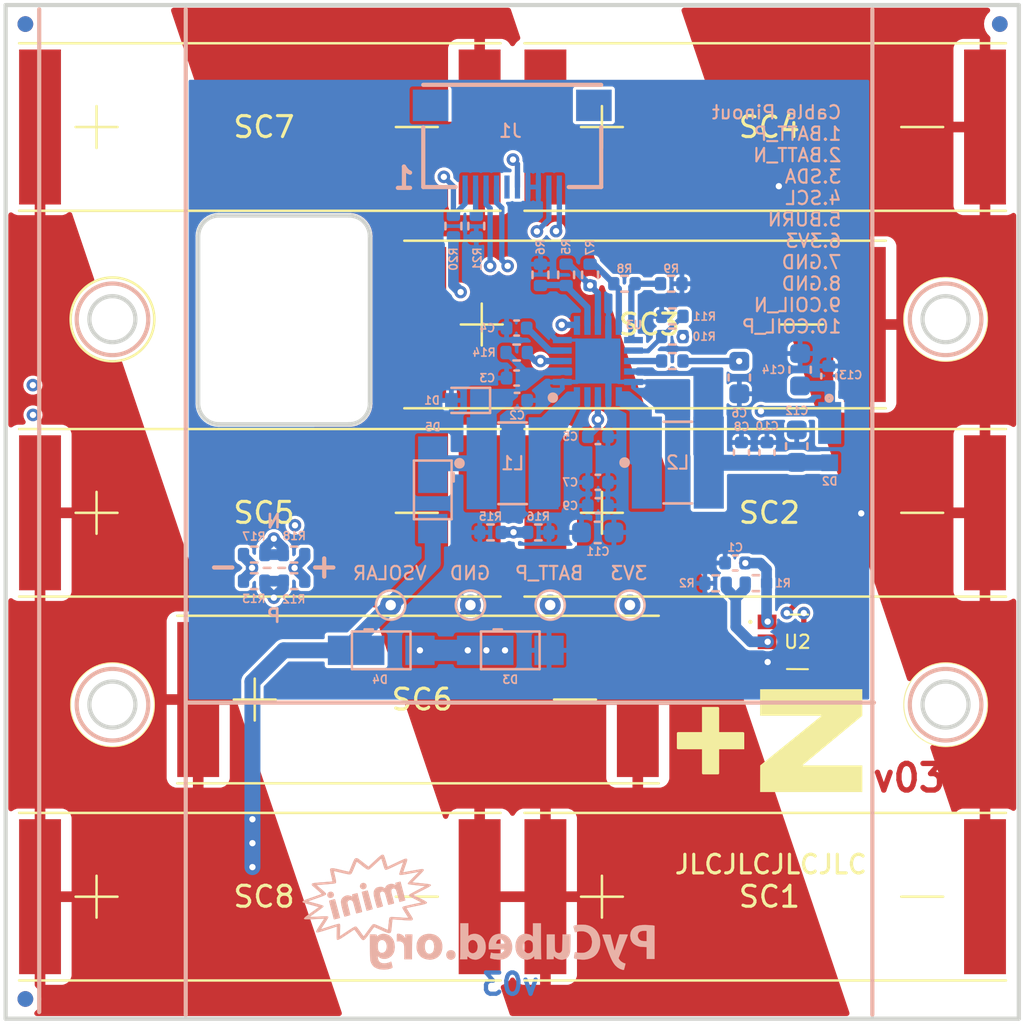
<source format=kicad_pcb>
(kicad_pcb (version 20211014) (generator pcbnew)
  (layers (0 "F.Cu" signal "Top") (1 "In1.Cu" signal) (2 "In2.Cu" signal) (3 "In3.Cu" signal) (4 "In4.Cu" signal) (31 "B.Cu" signal "Bottom") (34 "B.Paste" user) (35 "F.Paste" user) (36 "B.SilkS" user "B.Silkscreen") (37 "F.SilkS" user "F.Silkscreen") (38 "B.Mask" user) (39 "F.Mask" user) (44 "Edge.Cuts" user))
  (net 0 "")
  (net 1 "VSOLAR_FULL")
  (net 2 "+3V3")
  (net 3 "GND")
  (net 4 "SDA1")
  (net 5 "SCL1")
  (net 6 "BURN1")
  (net 7 "BATT_P")
  (net 8 "BATT_N")
  (net 9 "COIL_N")
  (net 10 "/VBAT")
  (net 11 "Net-(L1-Pad2)")
  (net 12 "VOUT_EN")
  (net 13 "VSOLAR")
  (net 14 "VBAT_OK")
  (net 15 "COIL_P")
  (net 16 "Net-(C4-Pad1)")
  (net 17 "Net-(C10-Pad1)")
  (net 18 "Net-(C11-Pad1)")
  (net 19 "Net-(L2-Pad1)")
  (net 20 "Net-(R10-Pad2)")
  (net 21 "Net-(R5-Pad1)")
  (net 22 "Net-(R7-Pad1)")
  (net 23 "Net-(R8-Pad1)")
  (net 24 "Net-(R10-Pad1)")
  (net 25 "Net-(R14-Pad1)")
  (net 26 "/coil")
  (net 27 "Net-(D3-Pad1)")
  (net 28 "Net-(R1-Pad1)")
  (footprint "SolarCellParts:KXOB25-05X3F" (layer "F.Cu") (at 154.0764 115.141299)
    (fp_text reference "SC1")
    (fp_text value "SolarCell")
  )
  (footprint "SolarCellParts:KXOB25-05X3F" (layer "F.Cu") (at 154.0764 96.8121)
    (fp_text reference "SC2")
    (fp_text value "SolarCell")
  )
  (footprint "SolarCellParts:KXOB25-05X3F" (layer "F.Cu") (at 148.336 87.8205)
    (fp_text reference "SC3")
    (fp_text value "SolarCell")
  )
  (footprint "SolarCellParts:KXOB25-05X3F" (layer "F.Cu") (at 154.0764 78.391283)
    (fp_text reference "SC4")
    (fp_text value "SolarCell")
  )
  (footprint "SolarCellParts:KXOB25-05X3F" (layer "F.Cu") (at 129.934401 96.8121)
    (fp_text reference "SC5")
    (fp_text value "SolarCell")
  )
  (footprint "SolarCellParts:KXOB25-05X3F" (layer "F.Cu") (at 137.4902 105.7275)
    (fp_text reference "SC6")
    (fp_text value "SolarCell")
  )
  (footprint "SolarCellParts:KXOB25-05X3F" (layer "F.Cu") (at 129.934394 78.391296)
    (fp_text reference "SC7")
    (fp_text value "SolarCell")
  )
  (footprint "SolarCellParts:KXOB25-05X3F" (layer "F.Cu") (at 129.934401 115.141299)
    (fp_text reference "SC8")
    (fp_text value "SolarCell")
  )
  (footprint "Fiducial:Fiducial_0.75mm_Mask1.5mm" (layer "F.Cu") (at 129.2335 73.4755)
    (fp_text reference "REF**" hide)
    (fp_text value "Fiducial_0.75mm_Mask1.5mm")
  )
  (footprint "Fiducial:Fiducial_0.75mm_Mask1.5mm" (layer "F.Cu") (at 129.2335 120.0255)
    (fp_text reference "REF**" hide)
    (fp_text value "Fiducial_0.75mm_Mask1.5mm")
  )
  (footprint "Fiducial:Fiducial_0.75mm_Mask1.5mm" (layer "F.Cu") (at 175.7835 73.4755)
    (fp_text reference "REF**" hide)
    (fp_text value "Fiducial_0.75mm_Mask1.5mm")
  )
  (footprint "custom-footprints:ypanel" (layer "F.Cu") (at 166.116 107.442)
    (fp_text reference "Ref**" hide)
    (fp_text value "Val**" hide)
  )
  (footprint "misc-circuits:TSL2561" (layer "F.Cu") (at 166.116 102.9716)
    (fp_text reference "U2")
    (fp_text value "Value" hide)
  )
  (footprint "Resistor_SMD:R_0402_1005Metric" (layer "B.Cu") (at 156.21 85.450102 -90)
    (fp_text reference "R7")
    (fp_text value "374K")
  )
  (footprint "Capacitor_SMD:C_0402_1005Metric" (layer "B.Cu") (at 163.441 93.933702 90)
    (fp_text reference "C8")
    (fp_text value "4.7uF")
  )
  (footprint "Resistor_SMD:R_0402_1005Metric" (layer "B.Cu") (at 153.7382 97.748702 180)
    (fp_text reference "R16")
    (fp_text value "0")
  )
  (footprint "Resistor_SMD:R_0402_1005Metric" (layer "B.Cu") (at 152.7017 89.158502 180)
    (fp_text reference "R14")
    (fp_text value "0")
  )
  (footprint "Resistor_SMD:R_0402_1005Metric" (layer "B.Cu") (at 157.853 85.874202 180)
    (fp_text reference "R8")
    (fp_text value "8.25M")
  )
  (footprint "Resistor_SMD:R_0402_1005Metric" (layer "B.Cu") (at 160.139 88.396502)
    (fp_text reference "R10")
    (fp_text value "8.25M")
  )
  (footprint "Capacitor_SMD:C_0402_1005Metric" (layer "B.Cu") (at 167.6146 90.2843 90)
    (fp_text reference "C13")
    (fp_text value "0.1uF")
  )
  (footprint "Resistor_SMD:R_0402_1005Metric" (layer "B.Cu") (at 153.8398 85.450102 -90)
    (fp_text reference "R6")
    (fp_text value "5.62M")
  )
  (footprint "Resistor_SMD:R_0402_1005Metric" (layer "B.Cu") (at 155.067 85.450102 90)
    (fp_text reference "R5")
    (fp_text value "7.32M")
  )
  (footprint "Resistor_SMD:R_0402_1005Metric" (layer "B.Cu") (at 160.0882 85.874202 180)
    (fp_text reference "R9")
    (fp_text value "4.53M")
  )
  (footprint "Resistor_SMD:R_0402_1005Metric" (layer "B.Cu") (at 160.139 87.431302)
    (fp_text reference "R11")
    (fp_text value "4.75M")
  )
  (footprint "Capacitor_SMD:C_0603_1608Metric" (layer "B.Cu") (at 166.0826 93.628902 90)
    (fp_text reference "C12")
    (fp_text value "100uF")
  )
  (footprint "Diode_SMD:D_SOD-523" (layer "B.Cu") (at 150.2838 91.444502 180)
    (fp_text reference "D1")
    (fp_text value "SDM20U40-7")
  )
  (footprint "Capacitor_SMD:C_0603_1608Metric" (layer "B.Cu") (at 166.243 89.9795 90)
    (fp_text reference "C14")
    (fp_text value "100uF")
  )
  (footprint "Capacitor_SMD:C_0402_1005Metric" (layer "B.Cu") (at 156.583 96.473702)
    (fp_text reference "C9")
    (fp_text value "0.1uF")
  )
  (footprint "Capacitor_SMD:C_0603_1608Metric" (layer "B.Cu") (at 163.3394 90.352402 -90)
    (fp_text reference "C6")
    (fp_text value "100uF")
  )
  (footprint "Capacitor_SMD:C_0402_1005Metric" (layer "B.Cu") (at 164.6602 93.933702 90)
    (fp_text reference "C10")
    (fp_text value "0.1uF")
  )
  (footprint "Capacitor_SMD:C_0402_1005Metric" (layer "B.Cu") (at 152.7017 87.990102 180)
    (fp_text reference "C4")
    (fp_text value "10nF")
  )
  (footprint "Capacitor_SMD:C_0603_1608Metric" (layer "B.Cu") (at 156.5752 97.748702)
    (fp_text reference "C11")
    (fp_text value "100uF")
  )
  (footprint "Capacitor_SMD:C_0402_1005Metric" (layer "B.Cu") (at 163.1422 99.20671)
    (fp_text reference "C1")
    (fp_text value "1.0uF")
  )
  (footprint "Capacitor_SMD:C_0402_1005Metric" (layer "B.Cu") (at 152.7222 91.444502)
    (fp_text reference "C2")
    (fp_text value "0.1uF")
  )
  (footprint "Capacitor_SMD:C_0402_1005Metric" (layer "B.Cu") (at 156.583 95.356102)
    (fp_text reference "C7")
    (fp_text value "22uF")
  )
  (footprint "misc-circuits:LPS4018" (layer "B.Cu") (at 152.5112 94.446702)
    (fp_text reference "L1")
    (fp_text value "22uH-LPS4018-223MR" hide)
  )
  (footprint "Resistor_SMD:R_0402_1005Metric" (layer "B.Cu") (at 151.4522 97.748702)
    (fp_text reference "R15")
    (fp_text value "0")
  )
  (footprint "Capacitor_SMD:C_0402_1005Metric" (layer "B.Cu") (at 152.7017 90.377702 180)
    (fp_text reference "C3")
    (fp_text value "4.7uF")
  )
  (footprint "misc-circuits:LPS4018" (layer "B.Cu") (at 160.40044 94.413682)
    (fp_text reference "L2")
    (fp_text value "10uH-LPS4018-103MR" hide)
  )
  (footprint "Capacitor_SMD:C_0402_1005Metric" (layer "B.Cu") (at 156.583 93.171702)
    (fp_text reference "C5")
    (fp_text value "0.1uF")
  )
  (footprint "misc-circuits:XF2M-1015-1A" (layer "B.Cu") (at 152.49144 81.257267)
    (fp_text reference "J1")
    (fp_text value "XF2M-1015-1A" hide)
  )
  (footprint "Resistor_SMD:R_0402_1005Metric" (layer "B.Cu") (at 140.16355 100.076)
    (fp_text reference "R13")
    (fp_text value "0")
  )
  (footprint "Resistor_SMD:R_0402_1005Metric" (layer "B.Cu") (at 142.06855 100.076)
    (fp_text reference "R12")
    (fp_text value "0")
  )
  (footprint "Resistor_SMD:R_0402_1005Metric" (layer "B.Cu") (at 162.2024 100.1776)
    (fp_text reference "R2")
    (fp_text value "0")
  )
  (footprint "Resistor_SMD:R_0402_1005Metric" (layer "B.Cu") (at 150.7744 83.1215 -90)
    (fp_text reference "R21")
    (fp_text value "0")
  )
  (footprint "Resistor_SMD:R_0402_1005Metric" (layer "B.Cu") (at 160.139 89.564902)
    (fp_text reference "R22" hide)
    (fp_text value "0")
  )
  (footprint "misc-circuits:MICROSMP" (layer "B.Cu") (at 167.6574 93.171702 -90)
    (fp_text reference "D2")
    (fp_text value "MSS1P4-M3_89A" hide)
  )
  (footprint "Resistor_SMD:R_0402_1005Metric" (layer "B.Cu") (at 149.6822 83.1215 -90)
    (fp_text reference "R20")
    (fp_text value "0")
  )
  (footprint "Fiducial:Fiducial_0.75mm_Mask1.5mm" (layer "B.Cu") (at 175.7835 73.4755)
    (fp_text reference "REF**" hide)
    (fp_text value "Fiducial_0.75mm_Mask1.5mm")
  )
  (footprint "Fiducial:Fiducial_0.75mm_Mask1.5mm" (layer "B.Cu") (at 129.2335 73.4755)
    (fp_text reference "REF**" hide)
    (fp_text value "Fiducial_0.75mm_Mask1.5mm")
  )
  (footprint "Fiducial:Fiducial_0.75mm_Mask1.5mm" (layer "B.Cu") (at 129.2335 120.0255)
    (fp_text reference "REF**" hide)
    (fp_text value "Fiducial_0.75mm_Mask1.5mm")
  )
  (footprint "SolarCellParts:SB Diode" (layer "B.Cu") (at 146.234 103.378)
    (fp_text reference "D4")
    (fp_text value "SBDiode")
  )
  (footprint "SolarCellParts:SB Diode" (layer "B.Cu") (at 148.6955 95.716702 -90)
    (fp_text reference "D5")
    (fp_text value "SBDiode")
  )
  (footprint "TestPoint:TestPoint_THTPad_D1.0mm_Drill0.5mm" (layer "B.Cu") (at 150.495 101.219)
    (fp_text reference "TP2" hide)
    (fp_text value "TP")
  )
  (footprint "TestPoint:TestPoint_THTPad_D1.0mm_Drill0.5mm" (layer "B.Cu") (at 158.115 101.219)
    (fp_text reference "TP3" hide)
    (fp_text value "TP")
  )
  (footprint "Resistor_SMD:R_0402_1005Metric" (layer "B.Cu") (at 164.1328 100.17191)
    (fp_text reference "R1")
    (fp_text value "0")
  )
  (footprint "TestPoint:TestPoint_THTPad_D1.0mm_Drill0.5mm" (layer "B.Cu") (at 146.685 101.219)
    (fp_text reference "TP1" hide)
    (fp_text value "TP")
  )
  (footprint "custom-footprints:pycubed_mini_logo" (layer "B.Cu") (at 144.084009 115.370848 180)
    (fp_text reference "Ref**" hide)
    (fp_text value "Val**" hide)
  )
  (footprint "Resistor_SMD:R_0402_1005Metric" (layer "B.Cu") (at 140.16355 98.806 180)
    (fp_text reference "R17")
    (fp_text value "0")
  )
  (footprint "TestPoint:TestPoint_THTPad_D1.0mm_Drill0.5mm" (layer "B.Cu") (at 154.305 101.219)
    (fp_text reference "TP4" hide)
    (fp_text value "TP")
  )
  (footprint "Resistor_SMD:R_0402_1005Metric" (layer "B.Cu") (at 142.06855 98.806 180)
    (fp_text reference "R18")
    (fp_text value "0")
  )
  (footprint "SolarCellParts:SB Diode" (layer "B.Cu") (at 152.4 103.378)
    (fp_text reference "D3")
    (fp_text value "MSS1P4-M3_89A")
  )
  (footprint "misc-circuits:QFN50P350X350X100-21N-D" (layer "B.Cu") (at 156.583 89.564902)
    (fp_text reference "U3")
    (fp_text value "Value" hide)
  )
  (gr_line (start 140.62075 99.441) (end 140.93825 99.441) (layer "B.SilkS") (width 0.12))
  (gr_line (start 141.63675 99.441) (end 141.31925 99.441) (layer "B.SilkS") (width 0.12))
  (gr_line (start 169.694397 72.771) (end 169.694397 120.777) (layer "B.SilkS") (width 0.2))
  (gr_line (start 129.8944 120.65) (end 129.8944 72.771) (layer "B.SilkS") (width 0.2))
  (gr_line (start 169.7724 105.8735) (end 137.0064 105.8735) (layer "B.SilkS") (width 0.2))
  (gr_circle (center 133.394393 105.973499) (end 135.104393 105.973499) (layer "B.SilkS") (width 0.2) (fill none))
  (gr_circle (center 173.19439 105.973499) (end 174.90439 105.973499) (layer "B.SilkS") (width 0.2) (fill none))
  (gr_line (start 136.894411 120.777) (end 136.894411 72.771) (layer "B.SilkS") (width 0.2))
  (gr_circle (center 133.394393 87.573485) (end 135.104393 87.573485) (layer "B.SilkS") (width 0.2) (fill none))
  (gr_circle (center 173.19439 87.573485) (end 174.90439 87.573485) (layer "B.SilkS") (width 0.2) (fill none))
  (gr_circle (center 173.196 87.5755) (end 175.196 87.5755) (layer "F.SilkS") (width 0.05) (fill none))
  (gr_circle (center 173.196 105.9755) (end 175.196 105.9755) (layer "F.SilkS") (width 0.05) (fill none))
  (gr_circle (center 133.396 105.9755) (end 135.396 105.9755) (layer "F.SilkS") (width 0.05) (fill none))
  (gr_circle (center 133.396 87.5755) (end 135.396 87.5755) (layer "F.SilkS") (width 0.12) (fill none))
  (gr_circle (center 133.391 87.5665) (end 132.291 87.5665) (layer "Edge.Cuts") (width 0.2) (fill none))
  (gr_line (start 144.691 82.6165) (end 138.491 82.6165) (layer "Edge.Cuts") (width 0.2))
  (gr_line (start 176.691 72.5665) (end 176.691 120.9665) (layer "Edge.Cuts") (width 0.2))
  (gr_line (start 176.691 120.9665) (end 128.291 120.9665) (layer "Edge.Cuts") (width 0.2))
  (gr_circle (center 133.391 105.9665) (end 132.291 105.9665) (layer "Edge.Cuts") (width 0.2) (fill none))
  (gr_line (start 128.291 120.9665) (end 128.291 72.5665) (layer "Edge.Cuts") (width 0.2))
  (gr_line (start 128.291 72.5665) (end 176.691 72.5665) (layer "Edge.Cuts") (width 0.2))
  (gr_line (start 138.491 92.583) (end 144.691 92.583) (layer "Edge.Cuts") (width 0.2))
  (gr_circle (center 173.191003 105.966489) (end 174.291003 105.966489) (layer "Edge.Cuts") (width 0.2) (fill none))
  (gr_circle (center 173.191 87.5665) (end 172.091 87.5665) (layer "Edge.Cuts") (width 0.2) (fill none))
  (gr_line (start 145.691 91.583) (end 145.691 83.6165) (layer "Edge.Cuts") (width 0.2))
  (gr_line (start 137.491 83.6165) (end 137.491 91.583) (layer "Edge.Cuts") (width 0.2))
  (gr_arc (start 144.691 82.6165) (mid 145.398107 82.909393) (end 145.691 83.6165) (layer "Edge.Cuts") (width 0.2))
  (gr_arc (start 138.491 92.583) (mid 137.783893 92.290107) (end 137.491 91.583) (layer "Edge.Cuts") (width 0.2))
  (gr_arc (start 145.691 91.583) (mid 145.398107 92.290107) (end 144.691 92.583) (layer "Edge.Cuts") (width 0.2))
  (gr_arc (start 137.491 83.6165) (mid 137.783893 82.909393) (end 138.491 82.6165) (layer "Edge.Cuts") (width 0.2))
  (gr_text "v03\n" (at 171.45 109.474) (layer "F.Cu") (effects (font (size 1.27 1.27) (thickness 0.254))))
  (gr_text "v03\n" (at 152.4 119.3165) (layer "B.Cu") (effects (font (size 1.016 1.016) (thickness 0.2032)) (justify mirror)))
  (gr_text "3V3" (at 159.004 99.695) (layer "B.SilkS") (effects (font (size 0.635 0.635) (thickness 0.1016)) (justify left mirror)))
  (gr_text "+" (at 143.51 99.3394) (layer "B.SilkS") (effects (font (size 1.143 1.143) (thickness 0.2032)) (justify mirror)))
  (gr_text "-" (at 138.684 99.3394) (layer "B.SilkS") (effects (font (size 1.143 1.143) (thickness 0.2032)) (justify mirror)))
  (gr_text "GND" (at 151.511 99.695) (layer "B.SilkS") (effects (font (size 0.635 0.635) (thickness 0.1016)) (justify left mirror)))
  (gr_text "P" (at 141.097 101.727) (layer "B.SilkS") (effects (font (size 0.635 0.635) (thickness 0.127)) (justify mirror)))
  (gr_text "N" (at 141.097 97.155 180) (layer "B.SilkS") (effects (font (size 0.635 0.635) (thickness 0.127)) (justify mirror)))
  (gr_text "BATT_P" (at 155.956 99.695) (layer "B.SilkS") (effects (font (size 0.635 0.635) (thickness 0.1016)) (justify left mirror)))
  (gr_text "Cable Pinout\n1.BATT_P\n2.BATT_N\n3.SDA\n4.SCL\n5.BURN\n6.3V3\n7.GND\n8.GND\n9.COIL_N\n10.COIL_P\n" (at 168.275 82.804) (layer "B.SilkS") (effects (font (size 0.635 0.635) (thickness 0.1016)) (justify left mirror)))
  (gr_text "1" (at 147.32 80.8355) (layer "B.SilkS") (effects (font (size 1.016 1.016) (thickness 0.2032)) (justify mirror)))
  (gr_text "VSOLAR" (at 148.463 99.695) (layer "B.SilkS") (effects (font (size 0.635 0.635) (thickness 0.1016)) (justify left mirror)))
  (gr_text "JLCJLCJLCJLC" (at 164.846 113.6015) (layer "F.SilkS") (effects (font (size 0.889 0.889))))
  (via (at 140.081 112.5855) (size 0.6) (drill 0.3) (layers "F.Cu" "B.Cu") (net 1))
  (via (at 140.081 113.7285) (size 0.6) (drill 0.3) (layers "F.Cu" "B.Cu") (net 1))
  (via (at 140.081 111.4425) (size 0.6) (drill 0.3) (layers "F.Cu" "B.Cu") (net 1))
  (segment (start 145.034 103.378) (end 141.5796 103.378) (width 0.762) (layer "B.Cu") (net 1))
  (segment (start 140.081 111.4425) (end 140.081 113.7285) (width 0.762) (layer "B.Cu") (net 1))
  (segment (start 146.685 101.219) (end 148.6955 99.2085) (width 0.762) (layer "B.Cu") (net 1))
  (segment (start 141.5796 103.378) (end 140.081 104.8766) (width 0.762) (layer "B.Cu") (net 1))
  (segment (start 140.081 104.8766) (end 140.081 111.4425) (width 0.762) (layer "B.Cu") (net 1))
  (segment (start 148.6955 99.2085) (end 148.6955 97.566702) (width 0.762) (layer "B.Cu") (net 1))
  (segment (start 145.034 102.87) (end 146.685 101.219) (width 0.762) (layer "B.Cu") (net 1))
  (segment (start 145.034 103.378) (end 145.034 102.87) (width 0.762) (layer "B.Cu") (net 1))
  (via (at 164.6936 102.0064) (size 0.6) (drill 0.3) (layers "F.Cu" "B.Cu") (net 2))
  (via (at 164.3728 91.960302) (size 0.6) (drill 0.3) (layers "F.Cu" "B.Cu") (net 2))
  (via (at 152.527 79.9465) (size 0.6) (drill 0.3) (layers "F.Cu" "B.Cu") (net 2))
  (via (at 163.6268 99.2124) (size 0.6) (drill 0.3) (layers "F.Cu" "B.Cu") (net 2))
  (segment (start 164.6428 101.9556) (end 164.6936 102.0064) (width 0.508) (layer "B.Cu") (net 2))
  (segment (start 163.6268 99.2124) (end 164.338 99.2124) (width 0.508) (layer "B.Cu") (net 2))
  (segment (start 164.3728 91.960302) (end 167.096 91.960302) (width 0.508) (layer "B.Cu") (net 2))
  (segment (start 167.6574 90.8071) (end 167.6146 90.7643) (width 0.508) (layer "B.Cu") (net 2))
  (segment (start 167.6146 90.7643) (end 166.2528 90.7643) (width 0.508) (layer "B.Cu") (net 2))
  (segment (start 167.096 91.960302) (end 167.6574 92.521702) (width 0.508) (layer "B.Cu") (net 2))
  (segment (start 164.338 99.2124) (end 164.6428 99.5172) (width 0.508) (layer "B.Cu") (net 2))
  (segment (start 152.74144 81.257267) (end 152.74144 80.16094) (width 0.254) (layer "B.Cu") (net 2))
  (segment (start 167.6574 92.521702) (end 167.6574 90.8071) (width 0.508) (layer "B.Cu") (net 2))
  (segment (start 152.74144 80.16094) (end 152.527 79.9465) (width 0.254) (layer "B.Cu") (net 2))
  (segment (start 164.6428 99.5172) (end 164.6428 101.9556) (width 0.508) (layer "B.Cu") (net 2))
  (via (at 165.227 81.2165) (size 0.6) (drill 0.3) (layers "F.Cu" "B.Cu") (net 3))
  (via (at 169.164 96.8375) (size 0.6) (drill 0.3) (layers "F.Cu" "B.Cu") (net 3))
  (via (at 164.6936 103.9368) (size 0.6) (drill 0.3) (layers "F.Cu" "B.Cu") (net 3))
  (segment (start 154.604902 88.564902) (end 154.178 88.138) (width 0.254) (layer "B.Cu") (net 3))
  (segment (start 155.586511 90.561391) (end 156.583 89.564902) (width 0.2032) (layer "B.Cu") (net 3))
  (segment (start 157.579489 90.561391) (end 156.583 89.564902) (width 0.2032) (layer "B.Cu") (net 3))
  (segment (start 158.279489 90.561391) (end 157.579489 90.561391) (width 0.2032) (layer "B.Cu") (net 3))
  (segment (start 154.883 90.564902) (end 154.911911 90.535991) (width 0.3048) (layer "B.Cu") (net 3))
  (segment (start 157.083 87.864902) (end 157.083 89.064902) (width 0.3048) (layer "B.Cu") (net 3))
  (segment (start 154.883 88.564902) (end 155.583 88.564902) (width 0.1524) (layer "B.Cu") (net 3))
  (segment (start 154.886511 90.561391) (end 155.586511 90.561391) (width 0.2032) (layer "B.Cu") (net 3))
  (segment (start 155.583 88.564902) (end 156.583 89.564902) (width 0.1524) (layer "B.Cu") (net 3))
  (segment (start 157.083 91.264902) (end 157.083 90.064902) (width 0.3048) (layer "B.Cu") (net 3))
  (segment (start 167.169489 101.021089) (end 167.566 101.4176) (width 0.254) (layer "F.Cu") (net 4))
  (segment (start 165.608 101.594095) (end 166.181006 101.021089) (width 0.254) (layer "F.Cu") (net 4))
  (segment (start 165.608 101.6) (end 165.608 101.594095) (width 0.254) (layer "F.Cu") (net 4))
  (segment (start 166.181006 101.021089) (end 167.169489 101.021089) (width 0.254) (layer "F.Cu") (net 4))
  (segment (start 167.566 101.4176) (end 167.566 102.0216) (width 0.254) (layer "F.Cu") (net 4))
  (via (at 151.4348 85.0265) (size 0.6) (drill 0.3) (layers "F.Cu" "B.Cu") (net 4))
  (via (at 165.608 101.6) (size 0.6) (drill 0.3) (layers "F.Cu" "B.Cu") (net 4))
  (segment (start 151.24144 82.076811) (end 151.24144 81.257267) (width 0.254) (layer "B.Cu") (net 4))
  (segment (start 151.4348 85.0265) (end 151.4348 82.270171) (width 0.254) (layer "B.Cu") (net 4))
  (segment (start 151.4348 82.270171) (end 151.24144 82.076811) (width 0.254) (layer "B.Cu") (net 4))
  (segment (start 166.7612 103.9216) (end 167.566 103.9216) (width 0.254) (layer "F.Cu") (net 5))
  (segment (start 166.4208 101.6) (end 166.4208 103.5812) (width 0.254) (layer "F.Cu") (net 5))
  (segment (start 166.4208 103.5812) (end 166.7612 103.9216) (width 0.254) (layer "F.Cu") (net 5))
  (via (at 166.4208 101.6) (size 0.6) (drill 0.3) (layers "F.Cu" "B.Cu") (net 5))
  (via (at 152.273 85.0265) (size 0.6) (drill 0.3) (layers "F.Cu" "B.Cu") (net 5))
  (segment (start 151.74144 82.002753) (end 151.9936 82.254914) (width 0.254) (layer "B.Cu") (net 5))
  (segment (start 151.9936 82.254914) (end 151.9936 84.7471) (width 0.254) (layer "B.Cu") (net 5))
  (segment (start 151.74144 81.257267) (end 151.74144 82.002753) (width 0.254) (layer "B.Cu") (net 5))
  (segment (start 151.9936 84.7471) (end 152.273 85.0265) (width 0.254) (layer "B.Cu") (net 5))
  (via (at 149.225 80.772) (size 0.6) (drill 0.3) (layers "F.Cu" "B.Cu") (net 7))
  (segment (start 149.6822 81.2292) (end 149.225 80.772) (width 0.254) (layer "B.Cu") (net 7))
  (segment (start 150.24144 82.05226) (end 149.6822 82.6115) (width 0.254) (layer "B.Cu") (net 7))
  (segment (start 149.6822 82.6115) (end 149.6822 81.2292) (width 0.254) (layer "B.Cu") (net 7))
  (segment (start 150.24144 81.257267) (end 150.24144 82.05226) (width 0.254) (layer "B.Cu") (net 7))
  (segment (start 150.74144 81.257267) (end 150.74144 82.57854) (width 0.254) (layer "B.Cu") (net 8))
  (via (at 153.67 83.3755) (size 0.6) (drill 0.3) (layers "F.Cu" "B.Cu") (net 9))
  (via (at 141.10335 98.044) (size 0.6) (drill 0.3) (layers "F.Cu" "B.Cu") (net 9))
  (segment (start 141.55855 98.806) (end 141.55855 98.4992) (width 0.508) (layer "B.Cu") (net 9))
  (segment (start 140.67355 98.806) (end 140.67355 98.4738) (width 0.508) (layer "B.Cu") (net 9))
  (segment (start 154.24144 82.80406) (end 154.24144 81.257267) (width 0.254) (layer "B.Cu") (net 9))
  (segment (start 141.55855 98.4992) (end 141.10335 98.044) (width 0.508) (layer "B.Cu") (net 9))
  (segment (start 140.67355 98.4738) (end 141.10335 98.044) (width 0.508) (layer "B.Cu") (net 9))
  (segment (start 153.67 83.3755) (end 154.24144 82.80406) (width 0.254) (layer "B.Cu") (net 9))
  (segment (start 140.67355 98.806) (end 141.55855 98.806) (width 0.508) (layer "B.Cu") (net 9))
  (via (at 156.583 92.358902) (size 0.6) (drill 0.3) (layers "F.Cu" "B.Cu") (net 10))
  (via (at 150.0259 86.272391) (size 0.6) (drill 0.3) (layers "F.Cu" "B.Cu") (net 10))
  (segment (start 150.0259 86.272391) (end 149.6822 85.928691) (width 0.508) (layer "B.Cu") (net 10))
  (segment (start 156.583 91.264902) (end 156.583 92.358902) (width 0.29972) (layer "B.Cu") (net 10))
  (segment (start 156.583 92.714502) (end 156.1258 93.171702) (width 0.3048) (layer "B.Cu") (net 10))
  (segment (start 156.583 92.358902) (end 156.583 92.714502) (width 0.3048) (layer "B.Cu") (net 10))
  (segment (start 149.6822 85.928691) (end 149.6822 83.6315) (width 0.508) (layer "B.Cu") (net 10))
  (via (at 154.8558 87.837702) (size 0.6) (drill 0.3) (layers "F.Cu" "B.Cu") (net 12))
  (via (at 163.3314 89.572702) (size 0.6) (drill 0.3) (layers "F.Cu" "B.Cu") (net 12))
  (segment (start 154.8558 87.837702) (end 155.5558 87.837702) (width 0.3048) (layer "B.Cu") (net 12))
  (segment (start 155.5558 87.837702) (end 155.583 87.864902) (width 0.3048) (layer "B.Cu") (net 12))
  (segment (start 163.3236 89.564902) (end 160.624 89.564902) (width 0.3048) (layer "B.Cu") (net 12))
  (segment (start 153.1867 90.128502) (end 153.1867 90.382702) (width 0.29972) (layer "B.Cu") (net 13))
  (segment (start 152.2167 89.158502) (end 153.1867 90.128502) (width 0.29972) (layer "B.Cu") (net 13))
  (segment (start 151.03165 94.446702) (end 148.7655 94.446702) (width 0.762) (layer "B.Cu") (net 13))
  (segment (start 158.283 89.564902) (end 159.654 89.564902) (width 0.3048) (layer "B.Cu") (net 14))
  (via (at 141.10335 100.8634) (size 0.6) (drill 0.3) (layers "F.Cu" "B.Cu") (net 15))
  (via (at 154.5844 83.3628) (size 0.6) (drill 0.3) (layers "F.Cu" "B.Cu") (net 15))
  (segment (start 154.74144 83.20576) (end 154.74144 81.257267) (width 0.254) (layer "B.Cu") (net 15))
  (segment (start 140.67355 100.076) (end 140.67355 100.4336) (width 0.508) (layer "B.Cu") (net 15))
  (segment (start 141.55855 100.076) (end 141.55855 100.4082) (width 0.508) (layer "B.Cu") (net 15))
  (segment (start 154.5844 83.3628) (end 154.74144 83.20576) (width 0.254) (layer "B.Cu") (net 15))
  (segment (start 140.67355 100.4336) (end 141.10335 100.8634) (width 0.508) (layer "B.Cu") (net 15))
  (segment (start 140.67355 100.076) (end 141.55855 100.076) (width 0.508) (layer "B.Cu") (net 15))
  (segment (start 141.55855 100.4082) (end 141.10335 100.8634) (width 0.508) (layer "B.Cu") (net 15))
  (segment (start 154.883 89.064902) (end 154.2819 89.064902) (width 0.3048) (layer "B.Cu") (net 16))
  (segment (start 154.2819 89.064902) (end 153.1867 87.969702) (width 0.3048) (layer "B.Cu") (net 16))
  (segment (start 167.6574 94.421702) (end 161.88801 94.421702) (width 0.762) (layer "B.Cu") (net 17))
  (via (at 156.21 85.9536) (size 0.6) (drill 0.3) (layers "F.Cu" "B.Cu") (net 20))
  (via (at 160.639 88.416602) (size 0.6) (drill 0.3) (layers "F.Cu" "B.Cu") (net 20))
  (segment (start 156.21 85.9536) (end 155.201102 84.944702) (width 0.29972) (layer "B.Cu") (net 20))
  (segment (start 156.583 86.3266) (end 156.583 87.864902) (width 0.29972) (layer "B.Cu") (net 20))
  (segment (start 156.21 85.9536) (end 156.583 86.3266) (width 0.29972) (layer "B.Cu") (net 20))
  (segment (start 156.083 86.995) (end 155.023102 85.935102) (width 0.29972) (layer "B.Cu") (net 21))
  (segment (start 156.083 87.868998) (end 156.083 86.995) (width 0.29972) (layer "B.Cu") (net 21))
  (segment (start 155.023102 85.935102) (end 153.8398 85.935102) (width 0.29972) (layer "B.Cu") (net 21))
  (segment (start 157.583 86.114202) (end 156.4089 84.940102) (width 0.29972) (layer "B.Cu") (net 22))
  (segment (start 156.4089 84.940102) (end 156.21 84.940102) (width 0.29972) (layer "B.Cu") (net 22))
  (segment (start 157.583 87.864902) (end 157.583 86.114202) (width 0.29972) (layer "B.Cu") (net 22))
  (segment (start 158.181479 86.022923) (end 158.3302 85.874202) (width 0.29972) (layer "B.Cu") (net 23))
  (segment (start 158.283 88.564902) (end 158.181479 88.463381) (width 0.29972) (layer "B.Cu") (net 23))
  (segment (start 158.181479 88.463381) (end 158.181479 86.022923) (width 0.29972) (layer "B.Cu") (net 23))
  (segment (start 158.3302 85.874202) (end 159.6032 85.874202) (width 0.29972) (layer "B.Cu") (net 23))
  (segment (start 160.6162 87.444202) (end 159.6462 88.414202) (width 0.2286) (layer "B.Cu") (net 24))
  (segment (start 158.976044 89.084358) (end 159.6462 88.414202) (width 0.2286) (layer "B.Cu") (net 24))
  (segment (start 158.29836 89.084358) (end 158.976044 89.084358) (width 0.2286) (layer "B.Cu") (net 24))
  (via (at 153.8398 89.564902) (size 0.6) (drill 0.3) (layers "F.Cu" "B.Cu") (net 25))
  (via (at 152.5524 97.7392) (size 0.6) (drill 0.3) (layers "F.Cu" "B.Cu") (net 25))
  (segment (start 154.883 89.564902) (end 153.8398 89.564902) (width 0.3048) (layer "B.Cu") (net 25))
  (segment (start 153.8398 89.564902) (end 153.5931 89.564902) (width 0.3048) (layer "B.Cu") (net 25))
  (segment (start 153.5931 89.564902) (end 153.1867 89.158502) (width 0.3048) (layer "B.Cu") (net 25))
  (segment (start 152.5524 97.7392) (end 152.561902 97.748702) (width 0.508) (layer "B.Cu") (net 25))
  (segment (start 152.561902 97.748702) (end 153.2282 97.748702) (width 0.508) (layer "B.Cu") (net 25))
  (segment (start 151.9622 97.748702) (end 152.542898 97.748702) (width 0.508) (layer "B.Cu") (net 25))
  (segment (start 152.542898 97.748702) (end 152.5524 97.7392) (width 0.508) (layer "B.Cu") (net 25))
  (via (at 129.5908 90.7161) (size 0.6) (drill 0.3) (layers "F.Cu" "B.Cu") (net 26))
  (via (at 142.113 97.409) (size 0.6) (drill 0.3) (layers "F.Cu" "B.Cu") (net 26))
  (via (at 129.59649 92.1385) (size 0.6) (drill 0.3) (layers "F.Cu" "B.Cu") (net 26))
  (via (at 140.06195 99.441) (size 0.6) (drill 0.3) (layers "F.Cu" "B.Cu") (net 26))
  (via (at 142.09395 99.441) (size 0.6) (drill 0.3) (layers "F.Cu" "B.Cu") (net 26))
  (segment (start 140.06195 99.300231) (end 139.65355 98.891831) (width 0.508) (layer "B.Cu") (net 26))
  (segment (start 142.09395 99.441) (end 142.57855 98.9564) (width 0.508) (layer "B.Cu") (net 26))
  (segment (start 140.06195 99.441) (end 140.06195 99.581769) (width 0.508) (layer "B.Cu") (net 26))
  (segment (start 140.06195 99.441) (end 140.06195 99.300231) (width 0.508) (layer "B.Cu") (net 26))
  (segment (start 142.09395 99.441) (end 142.57855 99.9256) (width 0.508) (layer "B.Cu") (net 26))
  (segment (start 140.06195 99.581769) (end 139.65355 99.990169) (width 0.508) (layer "B.Cu") (net 26))
  (segment (start 142.57855 98.9564) (end 142.57855 98.806) (width 0.508) (layer "B.Cu") (net 26))
  (segment (start 142.595698 100.007569) (end 142.595698 100.0934) (width 0.508) (layer "B.Cu") (net 26))
  (segment (start 142.57855 99.9256) (end 142.57855 100.076) (width 0.508) (layer "B.Cu") (net 26))
  (segment (start 142.595698 98.909231) (end 142.595698 98.8234) (width 0.508) (layer "B.Cu") (net 26))
  (segment (start 150.934401 96.8121) (end 154.0764 96.8121) (width 0.508) (layer "F.Cu") (net 27))
  (segment (start 150.934394 78.391296) (end 154.076377 78.391296) (width 0.508) (layer "F.Cu") (net 27))
  (segment (start 150.934401 115.141299) (end 154.0764 115.141299) (width 0.508) (layer "F.Cu") (net 27))
  (via (at 151.257 103.378) (size 0.6) (drill 0.3) (layers "F.Cu" "B.Cu") (net 27))
  (via (at 148.082 103.378) (size 0.6) (drill 0.3) (layers "F.Cu" "B.Cu") (net 27))
  (via (at 150.368 103.378) (size 0.6) (drill 0.3) (layers "F.Cu" "B.Cu") (net 27))
  (via (at 152.146 103.378) (size 0.6) (drill 0.3) (layers "F.Cu" "B.Cu") (net 27))
  (segment (start 148.084 103.378) (end 150.368 103.378) (width 1.016) (layer "B.Cu") (net 27))
  (via (at 164.6936 102.9716) (size 0.6) (drill 0.3) (layers "F.Cu" "B.Cu") (net 28))
  (segment (start 163.8808 102.9716) (end 164.6936 102.9716) (width 0.508) (layer "B.Cu") (net 28))
  (segment (start 163.1696 102.2604) (end 163.8808 102.9716) (width 0.508) (layer "B.Cu") (net 28))
  (segment (start 163.1696 100.8888) (end 163.6228 100.4356) (width 0.508) (layer "B.Cu") (net 28))
  (segment (start 162.7124 100.1776) (end 162.7124 100.4316) (width 0.508) (layer "B.Cu") (net 28))
  (segment (start 162.7124 100.4316) (end 163.1696 100.8888) (width 0.508) (layer "B.Cu") (net 28))
  (segment (start 163.1696 100.8888) (end 163.1696 102.2604) (width 0.508) (layer "B.Cu") (net 28))
  (segment (start 163.6228 100.4356) (end 163.6228 100.17191) (width 0.508) (layer "B.Cu") (net 28))
  (zone (net 3) (net_name "GND") (layer "F.Cu") (connect_pads (clearance 0.127)) (min_thickness 0.254) (fill yes (thermal_gap 0.508) (thermal_bridge_width 0.508))
    (polygon (pts (xy 176.911 121.2215) (xy 160.401 72.3265) (xy 176.911 72.3265)))
  )
  (zone (net 1) (net_name "VSOLAR_FULL") (layer "F.Cu") (connect_pads (clearance 0.127)) (min_thickness 0.254) (fill yes (thermal_gap 0.508) (thermal_bridge_width 0.508))
    (polygon (pts (xy 128.021788 72.3265) (xy 144.531788 121.2215) (xy 128.021788 121.2215)))
  )
  (zone (net 0) (net_name "") (layers F&B.Cu) (connect_pads (clearance 0)) (min_thickness 0.254)
    (keepout (tracks not_allowed) (vias not_allowed) (pads not_allowed) (copperpour not_allowed) (footprints not_allowed))
    (fill (thermal_gap 0.508) (thermal_bridge_width 0.508))
    (polygon (pts (xy 135.401109 87.5755) (xy 135.381105 87.292978) (xy 135.321494 87.016092) (xy 135.223463 86.750369) (xy 135.08897 86.501109) (xy 134.920697 86.273286) (xy 134.722002 86.071446) (xy 134.496851 85.899615) (xy 134.249734 85.761223) (xy 133.985583 85.659031) (xy 133.709668 85.595077) (xy 133.427495 85.570638) (xy 133.144693 85.586202) (xy 132.866906 85.641457) (xy 132.599675 85.735302) (xy 132.348333 85.865864) (xy 132.117895 86.030537) (xy 131.912959 86.226037) (xy 131.737613 86.448462) (xy 131.595357 86.693374) (xy 131.489028 86.955887) (xy 131.420748 87.230763) (xy 131.39188 87.512518) (xy 131.403 87.795529) (xy 131.453885 88.07415) (xy 131.543521 88.342822) (xy 131.670118 88.596184) (xy 131.831152 88.82918) (xy 132.023408 89.037162) (xy 132.243052 89.215979) (xy 132.4857 89.362065) (xy 132.74651 89.472504) (xy 133.02028 89.545093) (xy 133.301546 89.578383) (xy 133.584697 89.57171) (xy 133.864083 89.525208) (xy 134.13413 89.439803) (xy 134.389449 89.317201) (xy 134.624945 89.159847) (xy 134.835922 88.970881) (xy 135.018167 88.754073) (xy 135.168046 88.51375) (xy 135.282568 88.254706) (xy 135.359448 87.982111) (xy 135.397152 87.701402)))
  )
  (zone (net 0) (net_name "") (layers F&B.Cu) (connect_pads (clearance 0)) (min_thickness 0.254)
    (keepout (tracks not_allowed) (vias not_allowed) (pads not_allowed) (copperpour not_allowed) (footprints not_allowed))
    (fill (thermal_gap 0.508) (thermal_bridge_width 0.508))
    (polygon (pts (xy 135.401109 105.9755) (xy 135.381105 105.692978) (xy 135.321494 105.416092) (xy 135.223463 105.150369) (xy 135.08897 104.901109) (xy 134.920697 104.673286) (xy 134.722002 104.471446) (xy 134.496851 104.299615) (xy 134.249734 104.161223) (xy 133.985583 104.059031) (xy 133.709668 103.995077) (xy 133.427495 103.970638) (xy 133.144693 103.986202) (xy 132.866906 104.041457) (xy 132.599675 104.135302) (xy 132.348333 104.265864) (xy 132.117895 104.430537) (xy 131.912959 104.626037) (xy 131.737613 104.848462) (xy 131.595357 105.093374) (xy 131.489028 105.355887) (xy 131.420748 105.630763) (xy 131.39188 105.912518) (xy 131.403 106.195529) (xy 131.453885 106.47415) (xy 131.543521 106.742822) (xy 131.670118 106.996184) (xy 131.831152 107.22918) (xy 132.023408 107.437162) (xy 132.243052 107.615979) (xy 132.4857 107.762065) (xy 132.74651 107.872504) (xy 133.02028 107.945093) (xy 133.301546 107.978383) (xy 133.584697 107.97171) (xy 133.864083 107.925208) (xy 134.13413 107.839803) (xy 134.389449 107.717201) (xy 134.624945 107.559847) (xy 134.835922 107.370881) (xy 135.018167 107.154073) (xy 135.168046 106.91375) (xy 135.282568 106.654706) (xy 135.359448 106.382111) (xy 135.397152 106.101402)))
  )
  (zone (net 0) (net_name "") (layers F&B.Cu) (connect_pads (clearance 0)) (min_thickness 0.254)
    (keepout (tracks not_allowed) (vias not_allowed) (pads not_allowed) (copperpour not_allowed) (footprints not_allowed))
    (fill (thermal_gap 0.508) (thermal_bridge_width 0.508))
    (polygon (pts (xy 175.201109 87.5755) (xy 175.181105 87.292978) (xy 175.121494 87.016092) (xy 175.023463 86.750369) (xy 174.88897 86.501109) (xy 174.720697 86.273286) (xy 174.522002 86.071446) (xy 174.296851 85.899615) (xy 174.049734 85.761223) (xy 173.785583 85.659031) (xy 173.509668 85.595077) (xy 173.227495 85.570638) (xy 172.944693 85.586202) (xy 172.666906 85.641457) (xy 172.399675 85.735302) (xy 172.148333 85.865864) (xy 171.917895 86.030537) (xy 171.712959 86.226037) (xy 171.537613 86.448462) (xy 171.395357 86.693374) (xy 171.289028 86.955887) (xy 171.220748 87.230763) (xy 171.19188 87.512518) (xy 171.203 87.795529) (xy 171.253885 88.07415) (xy 171.343521 88.342822) (xy 171.470118 88.596184) (xy 171.631152 88.82918) (xy 171.823408 89.037162) (xy 172.043052 89.215979) (xy 172.2857 89.362065) (xy 172.54651 89.472504) (xy 172.82028 89.545093) (xy 173.101546 89.578383) (xy 173.384697 89.57171) (xy 173.664083 89.525208) (xy 173.93413 89.439803) (xy 174.189449 89.317201) (xy 174.424945 89.159847) (xy 174.635922 88.970881) (xy 174.818167 88.754073) (xy 174.968046 88.51375) (xy 175.082568 88.254706) (xy 175.159448 87.982111) (xy 175.197152 87.701402)))
  )
  (zone (net 0) (net_name "") (layers F&B.Cu) (connect_pads (clearance 0)) (min_thickness 0.254)
    (keepout (tracks not_allowed) (vias not_allowed) (pads not_allowed) (copperpour not_allowed) (footprints not_allowed))
    (fill (thermal_gap 0.508) (thermal_bridge_width 0.508))
    (polygon (pts (xy 175.201109 105.9755) (xy 175.181105 105.692978) (xy 175.121494 105.416092) (xy 175.023463 105.150369) (xy 174.88897 104.901109) (xy 174.720697 104.673286) (xy 174.522002 104.471446) (xy 174.296851 104.299615) (xy 174.049734 104.161223) (xy 173.785583 104.059031) (xy 173.509668 103.995077) (xy 173.227495 103.970638) (xy 172.944693 103.986202) (xy 172.666906 104.041457) (xy 172.399675 104.135302) (xy 172.148333 104.265864) (xy 171.917895 104.430537) (xy 171.712959 104.626037) (xy 171.537613 104.848462) (xy 171.395357 105.093374) (xy 171.289028 105.355887) (xy 171.220748 105.630763) (xy 171.19188 105.912518) (xy 171.203 106.195529) (xy 171.253885 106.47415) (xy 171.343521 106.742822) (xy 171.470118 106.996184) (xy 171.631152 107.22918) (xy 171.823408 107.437162) (xy 172.043052 107.615979) (xy 172.2857 107.762065) (xy 172.54651 107.872504) (xy 172.82028 107.945093) (xy 173.101546 107.978383) (xy 173.384697 107.97171) (xy 173.664083 107.925208) (xy 173.93413 107.839803) (xy 174.189449 107.717201) (xy 174.424945 107.559847) (xy 174.635922 107.370881) (xy 174.818167 107.154073) (xy 174.968046 106.91375) (xy 175.082568 106.654706) (xy 175.159448 106.382111) (xy 175.197152 106.101402)))
  )
  (zone (net 27) (net_name "Net-(D3-Pad1)") (layer "F.Cu") (connect_pads (clearance 0.127)) (min_thickness 0.254) (fill yes (thermal_gap 0.508) (thermal_bridge_width 0.508))
    (polygon (pts (xy 168.783 121.2215) (xy 152.527 121.2215) (xy 136.017 72.3265) (xy 152.273 72.3265)))
  )
  (zone (net 3) (net_name "GND") (layer "B.Cu") (connect_pads (clearance 0.127)) (min_thickness 0.127) (fill yes (thermal_gap 0.127) (thermal_bridge_width 0.2286))
    (polygon (pts (xy 169.545 76.1365) (xy 169.545 105.7275) (xy 137.033 105.7275) (xy 137.033 76.1365)))
  )
  (zone (net 11) (net_name "Net-(L1-Pad2)") (layer "B.Cu") (priority 6) (connect_pads yes (clearance 0.000001)) (min_thickness 0.2032) (fill yes (thermal_gap 0.508) (thermal_bridge_width 0.508))
    (polygon (pts (xy 155.65316 91.017702) (xy 155.65316 91.717958) (xy 154.7972 93.430702) (xy 154.7972 96.542202) (xy 153.5272 96.542202) (xy 153.8447 92.287702) (xy 155.1147 91.017702)))
  )
  (zone (net 19) (net_name "Net-(L2-Pad1)") (layer "B.Cu") (priority 4) (connect_pads yes (clearance 0.000001)) (min_thickness 0.2032) (fill yes (thermal_gap 0.508) (thermal_bridge_width 0.508))
    (polygon (pts (xy 158.0992 91.006758) (xy 157.58356 91.006758) (xy 157.58356 91.717958) (xy 158.0992 91.970202) (xy 158.0992 94.510202) (xy 159.15836 94.510202) (xy 159.15836 91.86948)))
  )
  (zone (net 17) (net_name "Net-(C10-Pad1)") (layer "B.Cu") (priority 6) (connect_pads yes (clearance 0.127)) (min_thickness 0.127) (fill yes (thermal_gap 0.127) (thermal_bridge_width 0.2286))
    (polygon (pts (xy 161.14212 94.091102) (xy 161.14212 92.224202) (xy 161.1472 92.224202) (xy 161.1472 90.276102) (xy 158.4118 90.276102) (xy 158.4118 89.823902) (xy 162.5774 89.818902) (xy 162.5696 94.091102)))
  )
  (zone (net 18) (net_name "Net-(C11-Pad1)") (layer "B.Cu") (priority 4) (connect_pads (clearance 0.127)) (min_thickness 0.127) (fill yes (thermal_gap 0.127) (thermal_bridge_width 0.2286))
    (polygon (pts (xy 156.3212 92.937158) (xy 156.3212 98.383702) (xy 152.7652 98.383702) (xy 152.7652 97.509158) (xy 153.62498 96.796202) (xy 154.84036 96.796202) (xy 154.84036 93.241958) (xy 155.9734 90.987302) (xy 156.3212 90.987302)))
  )
  (zone (net 13) (net_name "VSOLAR") (layer "B.Cu") (priority 4) (connect_pads yes (clearance 0.127)) (min_thickness 0.127) (fill yes (thermal_gap 0.127) (thermal_bridge_width 0.2286))
    (polygon (pts (xy 155.4322 90.255702) (xy 154.0352 90.255702) (xy 151.7492 92.097202) (xy 151.7492 96.351702) (xy 150.4792 96.351702) (xy 150.4792 91.081202) (xy 150.4792 90.890702) (xy 152.6382 90.890702) (xy 152.6382 89.874702) (xy 155.4322 89.874702)))
  )
)
</source>
